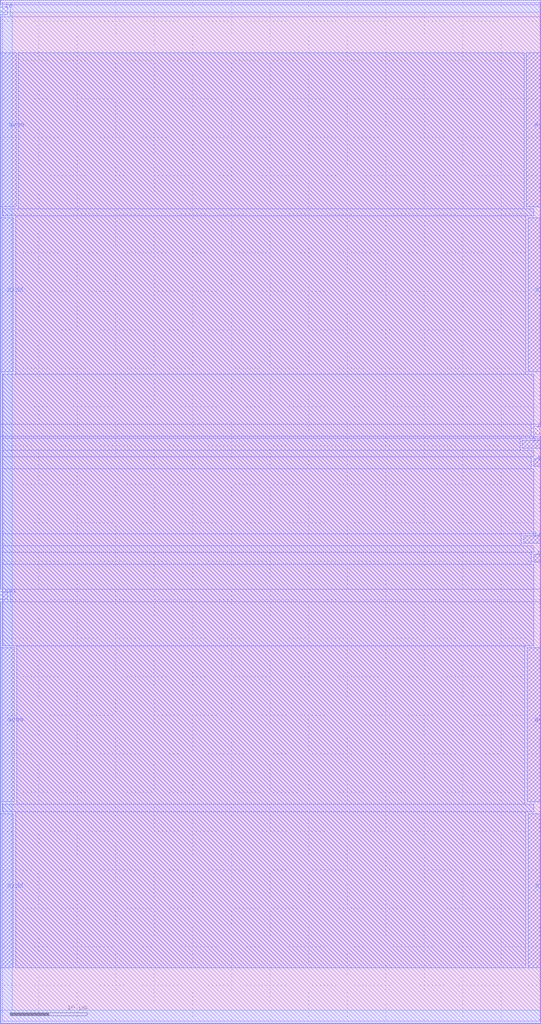
<source format=lef>
VERSION 5.7 ;
  NOWIREEXTENSIONATPIN ON ;
  DIVIDERCHAR "/" ;
  BUSBITCHARS "[]" ;
MACRO sky130_ef_ip__xtal_osc_32k
  CLASS BLOCK ;
  FOREIGN sky130_ef_ip__xtal_osc_32k ;
  ORIGIN 0.000 0.000 ;
  SIZE 70.170 BY 132.790 ;
  PIN in
    ANTENNAGATEAREA 0.420000 ;
    ANTENNADIFFAREA 0.526800 ;
    PORT
      LAYER met1 ;
        RECT 0.000 130.895 1.000 131.895 ;
    END
  END in
  PIN out
    PORT
      LAYER met1 ;
        RECT 0.000 55.045 1.000 56.045 ;
    END
  END out
  PIN avdd
    ANTENNADIFFAREA 200.228592 ;
    PORT
      LAYER met2 ;
        RECT 0.000 84.540 1.710 104.540 ;
    END
    PORT
      LAYER met2 ;
        RECT 68.460 84.540 70.170 104.540 ;
    END
    PORT
      LAYER met2 ;
        RECT 0.000 7.240 1.710 27.240 ;
    END
    PORT
      LAYER met2 ;
        RECT 68.460 7.240 70.170 27.240 ;
    END
  END avdd
  PIN avss
    ANTENNADIFFAREA 172.646790 ;
    PORT
      LAYER met2 ;
        RECT 0.000 28.780 1.840 48.780 ;
    END
    PORT
      LAYER met2 ;
        RECT 68.330 28.780 70.170 48.780 ;
    END
    PORT
      LAYER met2 ;
        RECT 0.000 105.965 2.075 125.965 ;
    END
    PORT
      LAYER met2 ;
        RECT 68.240 105.965 70.170 125.965 ;
    END
  END avss
  PIN dvss
    ANTENNADIFFAREA 15.428800 ;
    PORT
      LAYER met2 ;
        RECT 67.735 74.670 70.170 75.670 ;
    END
  END dvss
  PIN dvdd
    ANTENNADIFFAREA 4.959600 ;
    PORT
      LAYER met2 ;
        RECT 67.885 62.295 70.170 63.295 ;
    END
  END dvdd
  PIN ena
    ANTENNAGATEAREA 0.585000 ;
    ANTENNADIFFAREA 0.202500 ;
    PORT
      LAYER met2 ;
        RECT 69.170 72.285 70.170 73.285 ;
    END
  END ena
  PIN dout
    PORT
      LAYER met1 ;
        RECT 69.170 76.485 70.170 77.485 ;
    END
  END dout
  PIN boost
    ANTENNAGATEAREA 0.510000 ;
    ANTENNADIFFAREA 0.202500 ;
    PORT
      LAYER met2 ;
        RECT 69.170 59.870 70.170 60.870 ;
    END
  END boost
  OBS
      LAYER nwell ;
        RECT 0.000 131.210 70.170 132.790 ;
        RECT 0.000 1.730 1.580 131.210 ;
        RECT 0.000 0.000 70.170 1.730 ;
      LAYER li1 ;
        RECT 0.285 0.340 70.040 132.460 ;
      LAYER met1 ;
        RECT 0.070 132.175 70.135 132.720 ;
        RECT 1.280 130.615 70.135 132.175 ;
        RECT 0.070 77.765 70.135 130.615 ;
        RECT 0.070 76.205 68.890 77.765 ;
        RECT 0.070 56.325 70.135 76.205 ;
        RECT 1.280 54.765 70.135 56.325 ;
        RECT 0.070 0.080 70.135 54.765 ;
      LAYER met2 ;
        RECT 2.355 105.685 67.960 125.970 ;
        RECT 0.335 104.820 69.170 105.685 ;
        RECT 1.990 84.260 68.180 104.820 ;
        RECT 0.335 75.950 69.170 84.260 ;
        RECT 0.335 74.390 67.455 75.950 ;
        RECT 0.335 73.565 69.170 74.390 ;
        RECT 0.335 72.005 68.890 73.565 ;
        RECT 0.335 63.575 69.170 72.005 ;
        RECT 0.335 62.015 67.605 63.575 ;
        RECT 0.335 61.150 69.170 62.015 ;
        RECT 0.335 59.590 68.890 61.150 ;
        RECT 0.335 49.060 69.170 59.590 ;
        RECT 2.120 28.500 68.050 49.060 ;
        RECT 0.335 27.520 69.170 28.500 ;
        RECT 1.990 7.240 68.180 27.520 ;
  END
END sky130_ef_ip__xtal_osc_32k
END LIBRARY


</source>
